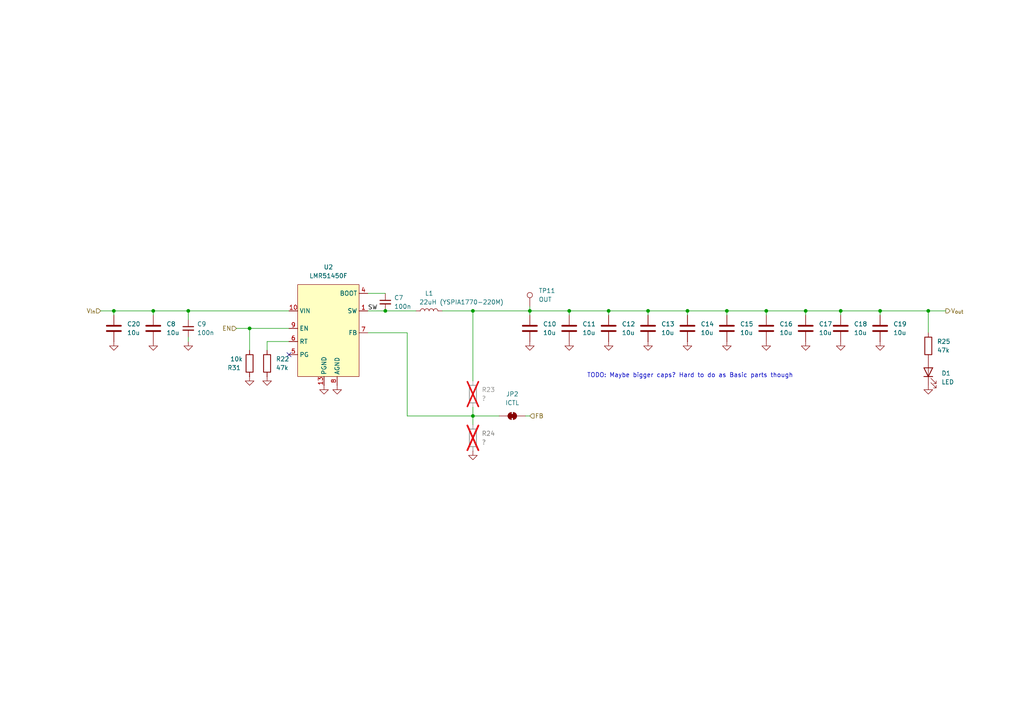
<source format=kicad_sch>
(kicad_sch (version 20231120) (generator "eeschema") (generator_version "8.0")
  (paper "A4")
  (lib_symbols
    (symbol "Connector:TestPoint" (pin_numbers hide) (pin_names (offset 0.762) hide)
      (property "Reference" "TP" (at 0 6.858 0))
      (property "Value" "TestPoint" (at 0 5.08 0))
      (symbol "TestPoint_0_1"
        (circle (center 0 3.302) (radius 0.762))
      )
      (symbol "TestPoint_1_1"
        (pin passive line (at 0 0 90) (length 2.54) (name "1") (number "1"))
      )
    )
    (symbol "Device:C" (pin_numbers hide) (pin_names (offset 0.254))
      (property "Reference" "C" (at 0.635 2.54 0))
      (property "Value" "C" (at 0.635 -2.54 0))
      (symbol "C_0_1"
        (polyline (pts (xy -2.032 -0.762) (xy 2.032 -0.762)) (stroke (width 0.508)))
        (polyline (pts (xy -2.032 0.762) (xy 2.032 0.762)) (stroke (width 0.508)))
      )
      (symbol "C_1_1"
        (pin passive line (at 0 3.81 270) (length 2.794) (name "~") (number "1"))
        (pin passive line (at 0 -3.81 90) (length 2.794) (name "~") (number "2"))
      )
    )
    (symbol "Device:L" (pin_numbers hide) (pin_names (offset 1.016) hide)
      (property "Reference" "L" (at -1.27 0 90))
      (property "Value" "L" (at 1.905 0 90))
      (symbol "L_0_1"
        (arc (start 0 -2.54) (mid 0.6323 -1.905) (end 0 -1.27))
        (arc (start 0 -1.27) (mid 0.6323 -0.635) (end 0 0))
        (arc (start 0 0) (mid 0.6323 0.635) (end 0 1.27))
        (arc (start 0 1.27) (mid 0.6323 1.905) (end 0 2.54))
      )
      (symbol "L_1_1"
        (pin passive line (at 0 3.81 270) (length 1.27) (name "1") (number "1"))
        (pin passive line (at 0 -3.81 90) (length 1.27) (name "2") (number "2"))
      )
    )
    (symbol "Device:LED" (pin_numbers hide) (pin_names (offset 1.016) hide)
      (property "Reference" "D" (at 0 2.54 0))
      (property "Value" "LED" (at 0 -2.54 0))
      (symbol "LED_0_1"
        (polyline (pts (xy -1.27 -1.27) (xy -1.27 1.27)) (stroke (width 0.254)))
        (polyline (pts (xy -1.27 0) (xy 1.27 0)))
        (polyline (pts (xy 1.27 -1.27) (xy 1.27 1.27) (xy -1.27 0) (xy 1.27 -1.27)) (stroke (width 0.254)))
        (polyline (pts (xy -3.048 -0.762) (xy -4.572 -2.286) (xy -3.81 -2.286) (xy -4.572 -2.286) (xy -4.572 -1.524)))
        (polyline (pts (xy -1.778 -0.762) (xy -3.302 -2.286) (xy -2.54 -2.286) (xy -3.302 -2.286) (xy -3.302 -1.524)))
      )
      (symbol "LED_1_1"
        (pin passive line (at -3.81 0 0) (length 2.54) (name "K") (number "1"))
        (pin passive line (at 3.81 0 180) (length 2.54) (name "A") (number "2"))
      )
    )
    (symbol "Jumper:SolderJumper_2_Bridged" (pin_numbers hide) (pin_names (offset 0) hide) (exclude_from_sim yes) (in_bom no)
      (property "Reference" "JP" (at 0 2.032 0))
      (property "Value" "SolderJumper_2_Bridged" (at 0 -2.54 0))
      (symbol "SolderJumper_2_Bridged_0_1"
        (rectangle (start -0.508 0.508) (end 0.508 -0.508) (fill (type outline)))
        (arc (start -0.254 1.016) (mid -1.2656 0) (end -0.254 -1.016))
        (arc (start -0.254 1.016) (mid -1.2656 0) (end -0.254 -1.016) (fill (type outline)))
        (polyline (pts (xy -0.254 1.016) (xy -0.254 -1.016)))
        (polyline (pts (xy 0.254 1.016) (xy 0.254 -1.016)))
        (arc (start 0.254 -1.016) (mid 1.2656 0) (end 0.254 1.016))
        (arc (start 0.254 -1.016) (mid 1.2656 0) (end 0.254 1.016) (fill (type outline)))
      )
      (symbol "SolderJumper_2_Bridged_1_1"
        (pin passive line (at -3.81 0 0) (length 2.54) (name "A") (number "1"))
        (pin passive line (at 3.81 0 180) (length 2.54) (name "B") (number "2"))
      )
    )
    (symbol "power:GND" (power) (pin_numbers hide) (pin_names (offset 0) hide)
      (property "Value" "GND" (at 0 -3.81 0))
      (symbol "GND_0_1"
        (polyline (pts (xy 0 0) (xy 0 -1.27) (xy 1.27 -1.27) (xy 0 -2.54) (xy -1.27 -1.27) (xy 0 -1.27)))
      )
      (symbol "GND_1_1"
        (pin power_in line (at 0 0 270) (length 0) (name "~") (number "1"))
      )
    )
    (symbol "rflib:C_Small" (pin_numbers hide) (pin_names (offset 0.254) hide)
      (property "Reference" "C" (at 0.254 1.778 0))
      (property "Value" "C_Small" (at 0.254 -2.032 0))
      (symbol "C_Small_0_1"
        (polyline (pts (xy -1.524 -0.508) (xy 1.524 -0.508)) (stroke (width 0.3302)))
        (polyline (pts (xy -1.524 0.508) (xy 1.524 0.508)) (stroke (width 0.3048)))
      )
      (symbol "C_Small_1_1"
        (pin passive line (at 0 2.54 270) (length 2.032) (name "~") (number "1"))
        (pin passive line (at 0 -2.54 90) (length 2.032) (name "~") (number "2"))
      )
    )
    (symbol "rflib:R" (pin_numbers hide) (pin_names (offset 0))
      (property "Reference" "R" (at 2.032 0 90))
      (property "Value" "R" (at 0 0 90))
      (symbol "R_0_1"
        (rectangle (start -1.016 -2.54) (end 1.016 2.54) (stroke (width 0.254)))
      )
      (symbol "R_1_1"
        (pin passive line (at 0 3.81 270) (length 1.27) (name "~") (number "1"))
        (pin passive line (at 0 -3.81 90) (length 1.27) (name "~") (number "2"))
      )
    )
    (symbol "syms:LMR51x4"
      (property "Reference" "U" (at 1.016 0 0))
      (symbol "LMR51x4_1_1"
        (rectangle (start -8.89 12.7) (end 8.89 -13.97) (fill (type background)))
        (pin power_out line (at 11.43 5.08 180) (length 2.54) (name "SW") (number "1"))
        (pin power_in line (at -11.43 5.08 0) (length 2.54) (name "VIN") (number "10"))
        (pin power_in line (at -11.43 5.08 0) (length 2.54) hide (name "VIN") (number "11"))
        (pin power_in line (at -11.43 5.08 0) (length 2.54) hide (name "VIN") (number "12"))
        (pin power_in line (at -1.27 -16.51 90) (length 2.54) (name "PGND") (number "13"))
        (pin power_out line (at 11.43 5.08 180) (length 2.54) hide (name "SW") (number "2"))
        (pin power_out line (at 11.43 5.08 180) (length 2.54) hide (name "SW") (number "3"))
        (pin passive line (at 11.43 10.16 180) (length 2.54) (name "BOOT") (number "4"))
        (pin output line (at -11.43 -7.62 0) (length 2.54) (name "PG") (number "5"))
        (pin passive line (at -11.43 -3.81 0) (length 2.54) (name "RT") (number "6"))
        (pin input line (at 11.43 -1.27 180) (length 2.54) (name "FB") (number "7"))
        (pin power_in line (at 2.54 -16.51 90) (length 2.54) (name "AGND") (number "8"))
        (pin input line (at -11.43 0 0) (length 2.54) (name "EN") (number "9"))
      )
    )
  )
  (junction (at 165.1 90.17))
  (junction (at 176.53 90.17))
  (junction (at 187.96 90.17))
  (junction (at 72.39 95.25))
  (junction (at 269.24 90.17))
  (junction (at 233.68 90.17))
  (junction (at 137.16 90.17))
  (junction (at 54.61 90.17))
  (junction (at 153.67 90.17))
  (junction (at 33.02 90.17))
  (junction (at 44.45 90.17))
  (junction (at 137.16 120.65))
  (junction (at 111.76 90.17))
  (junction (at 255.27 90.17))
  (junction (at 222.25 90.17))
  (junction (at 199.39 90.17))
  (junction (at 243.84 90.17))
  (junction (at 210.82 90.17))
  (no_connect (at 83.82 102.87))
  (wire (pts (xy 199.39 90.17) (xy 199.39 91.44)))
  (wire (pts (xy 222.25 90.17) (xy 222.25 91.44)))
  (wire (pts (xy 137.16 90.17) (xy 153.67 90.17)))
  (wire (pts (xy 68.58 95.25) (xy 72.39 95.25)))
  (wire (pts (xy 33.02 90.17) (xy 44.45 90.17)))
  (wire (pts (xy 243.84 90.17) (xy 243.84 91.44)))
  (wire (pts (xy 255.27 90.17) (xy 269.24 90.17)))
  (wire (pts (xy 187.96 90.17) (xy 199.39 90.17)))
  (wire (pts (xy 153.67 88.9) (xy 153.67 90.17)))
  (wire (pts (xy 54.61 90.17) (xy 83.82 90.17)))
  (wire (pts (xy 187.96 90.17) (xy 187.96 91.44)))
  (wire (pts (xy 44.45 90.17) (xy 54.61 90.17)))
  (wire (pts (xy 44.45 90.17) (xy 44.45 91.44)))
  (wire (pts (xy 137.16 120.65) (xy 137.16 118.11)))
  (wire (pts (xy 77.47 99.06) (xy 77.47 101.6)))
  (wire (pts (xy 269.24 90.17) (xy 269.24 96.52)))
  (wire (pts (xy 137.16 120.65) (xy 137.16 123.19)))
  (wire (pts (xy 153.67 90.17) (xy 165.1 90.17)))
  (wire (pts (xy 233.68 90.17) (xy 233.68 91.44)))
  (wire (pts (xy 29.21 90.17) (xy 33.02 90.17)))
  (wire (pts (xy 199.39 90.17) (xy 210.82 90.17)))
  (wire (pts (xy 118.11 96.52) (xy 118.11 120.65)))
  (wire (pts (xy 210.82 90.17) (xy 222.25 90.17)))
  (wire (pts (xy 54.61 90.17) (xy 54.61 92.71)))
  (wire (pts (xy 176.53 90.17) (xy 176.53 91.44)))
  (wire (pts (xy 118.11 120.65) (xy 137.16 120.65)))
  (wire (pts (xy 165.1 90.17) (xy 165.1 91.44)))
  (wire (pts (xy 152.4 120.65) (xy 153.67 120.65)))
  (wire (pts (xy 72.39 95.25) (xy 83.82 95.25)))
  (wire (pts (xy 176.53 90.17) (xy 187.96 90.17)))
  (wire (pts (xy 233.68 90.17) (xy 243.84 90.17)))
  (wire (pts (xy 210.82 90.17) (xy 210.82 91.44)))
  (wire (pts (xy 222.25 90.17) (xy 233.68 90.17)))
  (wire (pts (xy 255.27 90.17) (xy 255.27 91.44)))
  (wire (pts (xy 144.78 120.65) (xy 137.16 120.65)))
  (wire (pts (xy 111.76 90.17) (xy 120.65 90.17)))
  (wire (pts (xy 243.84 90.17) (xy 255.27 90.17)))
  (wire (pts (xy 128.27 90.17) (xy 137.16 90.17)))
  (wire (pts (xy 106.68 85.09) (xy 111.76 85.09)))
  (wire (pts (xy 153.67 90.17) (xy 153.67 91.44)))
  (wire (pts (xy 33.02 90.17) (xy 33.02 91.44)))
  (wire (pts (xy 269.24 90.17) (xy 274.32 90.17)))
  (wire (pts (xy 83.82 99.06) (xy 77.47 99.06)))
  (wire (pts (xy 54.61 97.79) (xy 54.61 99.06)))
  (wire (pts (xy 118.11 96.52) (xy 106.68 96.52)))
  (wire (pts (xy 165.1 90.17) (xy 176.53 90.17)))
  (wire (pts (xy 137.16 90.17) (xy 137.16 110.49)))
  (wire (pts (xy 72.39 95.25) (xy 72.39 101.6)))
  (wire (pts (xy 106.68 90.17) (xy 111.76 90.17)))
  (text "TODO: Maybe bigger caps? Hard to do as Basic parts though" (at 200.152 108.966 0) (effects (font (size 1.27 1.27))))
  (label "SW" (at 106.68 90.17 0))
  (hierarchical_label "EN" (shape input) (at 68.58 95.25 180))
  (hierarchical_label "FB" (shape input) (at 153.67 120.65 0))
  (hierarchical_label "V_{out}" (shape output) (at 274.32 90.17 0))
  (hierarchical_label "V_{in}" (shape input) (at 29.21 90.17 180))
  (symbol (lib_id "Device:C") (at 233.68 95.25 0) (unit 1)
    (property "Reference" "C17" (at 237.49 93.9799 0) (effects (justify left)))
    (property "Value" "10u" (at 237.49 96.5199 0) (effects (justify left)))
    (property "Footprint" "Capacitor_SMD:C_1206_3216Metric" (effects (hide yes)))
    (property "Description" "Unpolarized capacitor" (effects (hide yes)))
    (property "LCSC" "C13585" (effects (hide yes)))
  )
  (symbol (lib_id "rflib:R") (at 72.39 105.41 180) (unit 1)
    (property "Reference" "R31" (at 69.85 106.68 0) (effects (justify left)))
    (property "Value" "10k" (at 68.58 104.14 0))
    (property "Footprint" "Resistor_SMD:R_0603_1608Metric" (effects (hide yes)))
    (property "Description" "Resistor" (effects (hide yes)))
    (property "LCSC" "C25804" (effects (hide yes)))
  )
  (symbol (lib_id "power:GND") (at 199.39 99.06 0) (unit 1)
    (property "Reference" "#PWR040" (effects (hide yes)))
    (property "Value" "GND" (effects (hide yes)))
    (property "Description" "Power symbol creates a global label with name \"GND\" , ground" (effects (hide yes)))
  )
  (symbol (lib_id "power:GND") (at 269.24 111.76 0) (unit 1)
    (property "Reference" "#PWR047" (effects (hide yes)))
    (property "Value" "GND" (effects (hide yes)))
    (property "Description" "Power symbol creates a global label with name \"GND\" , ground" (effects (hide yes)))
  )
  (symbol (lib_id "power:GND") (at 93.98 111.76 0) (unit 1)
    (property "Reference" "#PWR04" (effects (hide yes)))
    (property "Value" "GND" (effects (hide yes)))
    (property "Description" "Power symbol creates a global label with name \"GND\" , ground" (effects (hide yes)))
  )
  (symbol (lib_id "power:GND") (at 44.45 99.06 0) (unit 1)
    (property "Reference" "#PWR021" (effects (hide yes)))
    (property "Value" "GND" (effects (hide yes)))
    (property "Description" "Power symbol creates a global label with name \"GND\" , ground" (effects (hide yes)))
  )
  (symbol (lib_id "power:GND") (at 54.61 99.06 0) (unit 1)
    (property "Reference" "#PWR033" (effects (hide yes)))
    (property "Value" "GND" (effects (hide yes)))
    (property "Description" "Power symbol creates a global label with name \"GND\" , ground" (effects (hide yes)))
  )
  (symbol (lib_id "Device:C") (at 243.84 95.25 0) (unit 1)
    (property "Reference" "C18" (at 247.65 93.9799 0) (effects (justify left)))
    (property "Value" "10u" (at 247.65 96.5199 0) (effects (justify left)))
    (property "Footprint" "Capacitor_SMD:C_1206_3216Metric" (effects (hide yes)))
    (property "Description" "Unpolarized capacitor" (effects (hide yes)))
    (property "LCSC" "C13585" (effects (hide yes)))
  )
  (symbol (lib_id "power:GND") (at 137.16 130.81 0) (unit 1)
    (property "Reference" "#PWR035" (effects (hide yes)))
    (property "Value" "GND" (effects (hide yes)))
    (property "Description" "Power symbol creates a global label with name \"GND\" , ground" (effects (hide yes)))
  )
  (symbol (lib_id "rflib:R") (at 137.16 127 0) (unit 1) (dnp yes)
    (property "Reference" "R24" (at 139.7 125.7299 0) (effects (justify left)))
    (property "Value" "?" (at 139.7 128.2699 0) (effects (justify left)))
    (property "Footprint" "Resistor_SMD:R_0603_1608Metric" (effects (hide yes)))
    (property "Description" "Resistor" (effects (hide yes)))
  )
  (symbol (lib_id "power:GND") (at 255.27 99.06 0) (unit 1)
    (property "Reference" "#PWR045" (effects (hide yes)))
    (property "Value" "GND" (effects (hide yes)))
    (property "Description" "Power symbol creates a global label with name \"GND\" , ground" (effects (hide yes)))
  )
  (symbol (lib_id "Device:L") (at 124.46 90.17 90) (unit 1)
    (property "Reference" "L1" (at 124.46 85.09 90))
    (property "Value" "22uH (YSPIA1770-220M)" (at 133.858 87.63 90))
    (property "Footprint" "footprints:YSPIA1770" (effects (hide yes)))
    (property "Description" "Inductor" (effects (hide yes)))
    (property "LCSC" "C2839932" (effects (hide yes)))
  )
  (symbol (lib_id "power:GND") (at 210.82 99.06 0) (unit 1)
    (property "Reference" "#PWR041" (effects (hide yes)))
    (property "Value" "GND" (effects (hide yes)))
    (property "Description" "Power symbol creates a global label with name \"GND\" , ground" (effects (hide yes)))
  )
  (symbol (lib_id "Device:C") (at 153.67 95.25 0) (unit 1)
    (property "Reference" "C10" (at 157.48 93.9799 0) (effects (justify left)))
    (property "Value" "10u" (at 157.48 96.5199 0) (effects (justify left)))
    (property "Footprint" "Capacitor_SMD:C_1206_3216Metric" (effects (hide yes)))
    (property "Description" "Unpolarized capacitor" (effects (hide yes)))
    (property "LCSC" "C13585" (effects (hide yes)))
  )
  (symbol (lib_id "Device:C") (at 255.27 95.25 0) (unit 1)
    (property "Reference" "C19" (at 259.08 93.9799 0) (effects (justify left)))
    (property "Value" "10u" (at 259.08 96.5199 0) (effects (justify left)))
    (property "Footprint" "Capacitor_SMD:C_1206_3216Metric" (effects (hide yes)))
    (property "Description" "Unpolarized capacitor" (effects (hide yes)))
    (property "LCSC" "C13585" (effects (hide yes)))
  )
  (symbol (lib_id "rflib:R") (at 137.16 114.3 0) (unit 1) (dnp yes)
    (property "Reference" "R23" (at 139.7 113.0299 0) (effects (justify left)))
    (property "Value" "?" (at 139.7 115.5699 0) (effects (justify left)))
    (property "Footprint" "Resistor_SMD:R_0603_1608Metric" (effects (hide yes)))
    (property "Description" "Resistor" (effects (hide yes)))
  )
  (symbol (lib_id "power:GND") (at 222.25 99.06 0) (unit 1)
    (property "Reference" "#PWR042" (effects (hide yes)))
    (property "Value" "GND" (effects (hide yes)))
    (property "Description" "Power symbol creates a global label with name \"GND\" , ground" (effects (hide yes)))
  )
  (symbol (lib_id "Device:C") (at 187.96 95.25 0) (unit 1)
    (property "Reference" "C13" (at 191.77 93.9799 0) (effects (justify left)))
    (property "Value" "10u" (at 191.77 96.5199 0) (effects (justify left)))
    (property "Footprint" "Capacitor_SMD:C_1206_3216Metric" (effects (hide yes)))
    (property "Description" "Unpolarized capacitor" (effects (hide yes)))
    (property "LCSC" "C13585" (effects (hide yes)))
  )
  (symbol (lib_id "Device:C") (at 222.25 95.25 0) (unit 1)
    (property "Reference" "C16" (at 226.06 93.9799 0) (effects (justify left)))
    (property "Value" "10u" (at 226.06 96.5199 0) (effects (justify left)))
    (property "Footprint" "Capacitor_SMD:C_1206_3216Metric" (effects (hide yes)))
    (property "Description" "Unpolarized capacitor" (effects (hide yes)))
    (property "LCSC" "C13585" (effects (hide yes)))
  )
  (symbol (lib_id "Device:C") (at 165.1 95.25 0) (unit 1)
    (property "Reference" "C11" (at 168.91 93.9799 0) (effects (justify left)))
    (property "Value" "10u" (at 168.91 96.5199 0) (effects (justify left)))
    (property "Footprint" "Capacitor_SMD:C_1206_3216Metric" (effects (hide yes)))
    (property "Description" "Unpolarized capacitor" (effects (hide yes)))
    (property "LCSC" "C13585" (effects (hide yes)))
  )
  (symbol (lib_id "rflib:R") (at 269.24 100.33 0) (unit 1)
    (property "Reference" "R25" (at 271.78 99.0599 0) (effects (justify left)))
    (property "Value" "47k" (at 271.78 101.5999 0) (effects (justify left)))
    (property "Footprint" "Resistor_SMD:R_0603_1608Metric" (effects (hide yes)))
    (property "Description" "Resistor" (effects (hide yes)))
    (property "LCSC" "C25819" (effects (hide yes)))
  )
  (symbol (lib_id "Device:C") (at 176.53 95.25 0) (unit 1)
    (property "Reference" "C12" (at 180.34 93.9799 0) (effects (justify left)))
    (property "Value" "10u" (at 180.34 96.5199 0) (effects (justify left)))
    (property "Footprint" "Capacitor_SMD:C_1206_3216Metric" (effects (hide yes)))
    (property "Description" "Unpolarized capacitor" (effects (hide yes)))
    (property "LCSC" "C13585" (effects (hide yes)))
  )
  (symbol (lib_id "Device:C") (at 199.39 95.25 0) (unit 1)
    (property "Reference" "C14" (at 203.2 93.9799 0) (effects (justify left)))
    (property "Value" "10u" (at 203.2 96.5199 0) (effects (justify left)))
    (property "Footprint" "Capacitor_SMD:C_1206_3216Metric" (effects (hide yes)))
    (property "Description" "Unpolarized capacitor" (effects (hide yes)))
    (property "LCSC" "C13585" (effects (hide yes)))
  )
  (symbol (lib_id "Device:C") (at 33.02 95.25 0) (unit 1)
    (property "Reference" "C20" (at 36.83 93.9799 0) (effects (justify left)))
    (property "Value" "10u" (at 36.83 96.5199 0) (effects (justify left)))
    (property "Footprint" "Capacitor_SMD:C_1206_3216Metric" (effects (hide yes)))
    (property "Description" "Unpolarized capacitor" (effects (hide yes)))
    (property "LCSC" "C13585" (effects (hide yes)))
  )
  (symbol (lib_id "power:GND") (at 77.47 109.22 0) (unit 1)
    (property "Reference" "#PWR034" (effects (hide yes)))
    (property "Value" "GND" (effects (hide yes)))
    (property "Description" "Power symbol creates a global label with name \"GND\" , ground" (effects (hide yes)))
  )
  (symbol (lib_id "Jumper:SolderJumper_2_Bridged") (at 148.59 120.65 0) (unit 1) (exclude_from_sim yes) (in_bom no)
    (property "Reference" "JP2" (at 148.59 114.3 0))
    (property "Value" "ICTL" (at 148.59 116.84 0))
    (property "Footprint" "Jumper:SolderJumper-2_P1.3mm_Bridged_RoundedPad1.0x1.5mm" (effects (hide yes)))
    (property "Description" "Solder Jumper, 2-pole, closed/bridged" (effects (hide yes)))
  )
  (symbol (lib_id "syms:LMR51x4") (at 95.25 95.25 0) (unit 1)
    (property "Reference" "U2" (at 95.25 77.47 0))
    (property "Value" "LMR51450F" (at 95.25 80.01 0))
    (property "Footprint" "Package_SON:WSON-12-1EP_3x3mm_P0.5mm_EP1.5x2.5mm_ThermalVias" (effects (hide yes)))
    (property "LCSC" "C5782413" (effects (hide yes)))
  )
  (symbol (lib_id "Connector:TestPoint") (at 153.67 88.9 0) (unit 1)
    (property "Reference" "TP11" (at 156.21 84.3279 0) (effects (justify left)))
    (property "Value" "OUT" (at 156.21 86.8679 0) (effects (justify left)))
    (property "Footprint" "meteopress_footprints:TestPoint_THTPad_D2.0mm_Drill1.0mm" (effects (hide yes)))
    (property "Description" "test point" (effects (hide yes)))
    (property "LCSC" "C5199804" (effects (hide yes)))
  )
  (symbol (lib_id "power:GND") (at 97.79 111.76 0) (unit 1)
    (property "Reference" "#PWR03" (effects (hide yes)))
    (property "Value" "GND" (effects (hide yes)))
    (property "Description" "Power symbol creates a global label with name \"GND\" , ground" (effects (hide yes)))
  )
  (symbol (lib_id "power:GND") (at 72.39 109.22 0) (unit 1)
    (property "Reference" "#PWR066" (effects (hide yes)))
    (property "Value" "GND" (effects (hide yes)))
    (property "Description" "Power symbol creates a global label with name \"GND\" , ground" (effects (hide yes)))
  )
  (symbol (lib_id "rflib:R") (at 77.47 105.41 0) (unit 1)
    (property "Reference" "R22" (at 80.01 104.1399 0) (effects (justify left)))
    (property "Value" "47k" (at 80.01 106.6799 0) (effects (justify left)))
    (property "Footprint" "Resistor_SMD:R_0603_1608Metric" (effects (hide yes)))
    (property "Description" "Resistor" (effects (hide yes)))
    (property "LCSC" "C25819" (effects (hide yes)))
  )
  (symbol (lib_id "power:GND") (at 33.02 99.06 0) (unit 1)
    (property "Reference" "#PWR046" (effects (hide yes)))
    (property "Value" "GND" (effects (hide yes)))
    (property "Description" "Power symbol creates a global label with name \"GND\" , ground" (effects (hide yes)))
  )
  (symbol (lib_id "power:GND") (at 187.96 99.06 0) (unit 1)
    (property "Reference" "#PWR039" (effects (hide yes)))
    (property "Value" "GND" (effects (hide yes)))
    (property "Description" "Power symbol creates a global label with name \"GND\" , ground" (effects (hide yes)))
  )
  (symbol (lib_id "Device:C") (at 44.45 95.25 0) (unit 1)
    (property "Reference" "C8" (at 48.26 93.9799 0) (effects (justify left)))
    (property "Value" "10u" (at 48.26 96.5199 0) (effects (justify left)))
    (property "Footprint" "Capacitor_SMD:C_1206_3216Metric" (effects (hide yes)))
    (property "Description" "Unpolarized capacitor" (effects (hide yes)))
    (property "LCSC" "C13585" (effects (hide yes)))
  )
  (symbol (lib_id "rflib:C_Small") (at 54.61 95.25 0) (unit 1)
    (property "Reference" "C9" (at 57.15 93.9862 0) (effects (justify left)))
    (property "Value" "100n" (at 57.15 96.5262 0) (effects (justify left)))
    (property "Footprint" "Capacitor_SMD:C_0603_1608Metric" (effects (hide yes)))
    (property "Description" "Unpolarized capacitor, small symbol" (effects (hide yes)))
    (property "LCSC" "C14663" (effects (hide yes)))
  )
  (symbol (lib_id "power:GND") (at 176.53 99.06 0) (unit 1)
    (property "Reference" "#PWR038" (effects (hide yes)))
    (property "Value" "GND" (effects (hide yes)))
    (property "Description" "Power symbol creates a global label with name \"GND\" , ground" (effects (hide yes)))
  )
  (symbol (lib_id "rflib:C_Small") (at 111.76 87.63 0) (unit 1)
    (property "Reference" "C7" (at 114.3 86.3662 0) (effects (justify left)))
    (property "Value" "100n" (at 114.3 88.9062 0) (effects (justify left)))
    (property "Footprint" "Capacitor_SMD:C_0603_1608Metric" (effects (hide yes)))
    (property "Description" "Unpolarized capacitor, small symbol" (effects (hide yes)))
    (property "LCSC" "C14663" (effects (hide yes)))
  )
  (symbol (lib_id "power:GND") (at 165.1 99.06 0) (unit 1)
    (property "Reference" "#PWR037" (effects (hide yes)))
    (property "Value" "GND" (effects (hide yes)))
    (property "Description" "Power symbol creates a global label with name \"GND\" , ground" (effects (hide yes)))
  )
  (symbol (lib_id "power:GND") (at 243.84 99.06 0) (unit 1)
    (property "Reference" "#PWR044" (effects (hide yes)))
    (property "Value" "GND" (effects (hide yes)))
    (property "Description" "Power symbol creates a global label with name \"GND\" , ground" (effects (hide yes)))
  )
  (symbol (lib_id "Device:C") (at 210.82 95.25 0) (unit 1)
    (property "Reference" "C15" (at 214.63 93.9799 0) (effects (justify left)))
    (property "Value" "10u" (at 214.63 96.5199 0) (effects (justify left)))
    (property "Footprint" "Capacitor_SMD:C_1206_3216Metric" (effects (hide yes)))
    (property "Description" "Unpolarized capacitor" (effects (hide yes)))
    (property "LCSC" "C13585" (effects (hide yes)))
  )
  (symbol (lib_id "Device:LED") (at 269.24 107.95 90) (unit 1)
    (property "Reference" "D1" (at 273.05 108.2674 90) (effects (justify right)))
    (property "Value" "LED" (at 273.05 110.8074 90) (effects (justify right)))
    (property "Footprint" "LED_SMD:LED_0603_1608Metric" (effects (hide yes)))
    (property "Description" "Light emitting diode" (effects (hide yes)))
    (property "LCSC" "C2290" (effects (hide yes)))
  )
  (symbol (lib_id "power:GND") (at 233.68 99.06 0) (unit 1)
    (property "Reference" "#PWR043" (effects (hide yes)))
    (property "Value" "GND" (effects (hide yes)))
    (property "Description" "Power symbol creates a global label with name \"GND\" , ground" (effects (hide yes)))
  )
  (symbol (lib_id "power:GND") (at 153.67 99.06 0) (unit 1)
    (property "Reference" "#PWR036" (effects (hide yes)))
    (property "Value" "GND" (effects (hide yes)))
    (property "Description" "Power symbol creates a global label with name \"GND\" , ground" (effects (hide yes)))
  )
)
</source>
